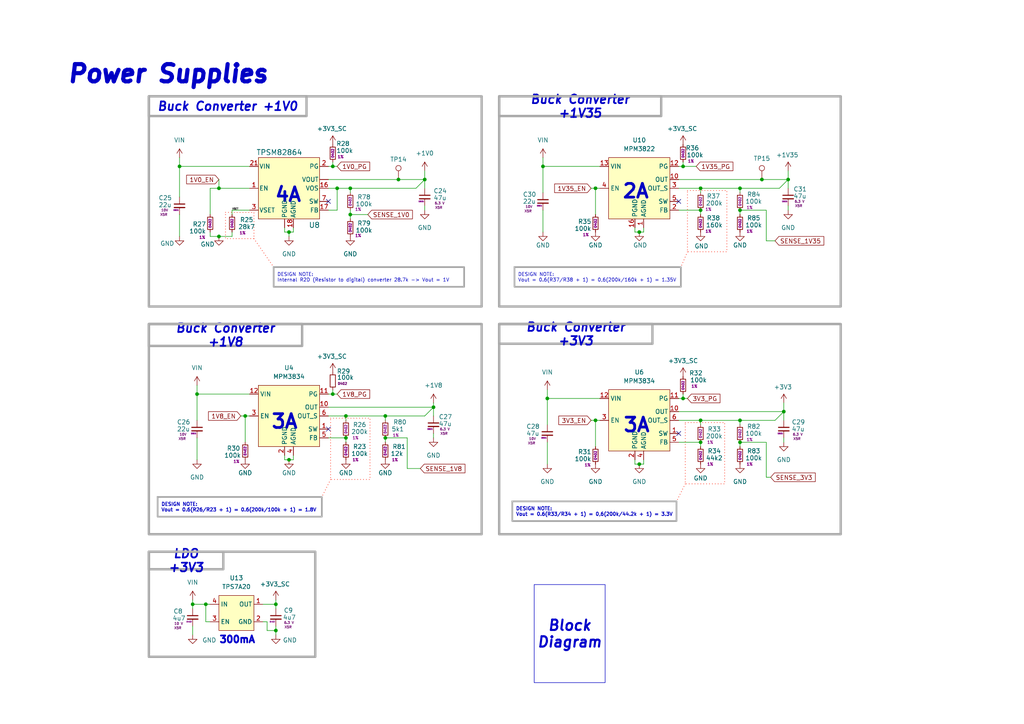
<source format=kicad_sch>
(kicad_sch (version 20231120) (generator "eeschema") (generator_version "8.0")
  (paper "A4")
  (title_block (title "Power Supplies") (date "2024-09-22") (rev "1.0"))
  (lib_symbols
    (symbol "C_Small_1" (pin_numbers hide) (pin_names (offset 0.254) hide)
      (property "Reference" "C50" (at 1.778 2.794 0))
      (property "Value" "470n" (at 1.778 0.762 0))
      (property "Rating" "6.3 V" (at 3.302 -0.762 0))
      (property "Type" "X5R" (at 3.048 -2.032 0))
      (symbol "C_Small_1_0_1"
        (polyline (pts (xy -1.524 -0.508) (xy 1.524 -0.508)) (stroke (width 0.3302)))
        (polyline (pts (xy -1.524 0.508) (xy 1.524 0.508)) (stroke (width 0.3048)))
      )
      (symbol "C_Small_1_1_1"
        (pin passive line (at 0 2.54 270) (length 2.032) (name "~") (number "1"))
        (pin passive line (at 0 -2.54 90) (length 2.032) (name "~") (number "2"))
      )
    )
    (symbol "Connector:TestPoint" (pin_numbers hide) (pin_names (offset 0.762) hide)
      (property "Reference" "TP" (at 0 6.858 0))
      (property "Value" "TestPoint" (at 0 5.08 0))
      (symbol "TestPoint_0_1"
        (circle (center 0 3.302) (radius 0.762))
      )
      (symbol "TestPoint_1_1"
        (pin passive line (at 0 0 90) (length 2.54) (name "1") (number "1"))
      )
    )
    (symbol "Device:R_Small" (pin_numbers hide) (pin_names (offset 0.254) hide)
      (property "Reference" "R" (at 0.762 0.508 0))
      (property "Value" "R_Small" (at 0.762 -1.016 0))
      (symbol "R_Small_0_1"
        (rectangle (start -0.762 1.778) (end 0.762 -1.778) (stroke (width 0.2032)))
      )
      (symbol "R_Small_1_1"
        (pin passive line (at 0 2.54 270) (length 0.762) (name "~") (number "1"))
        (pin passive line (at 0 -2.54 90) (length 0.762) (name "~") (number "2"))
      )
    )
    (symbol "MPM3834_1"
      (property "Reference" "U" (at 7.366 -10.16 0))
      (property "Value" "MPM3834" (at -4.572 10.16 0))
      (symbol "MPM3834_1_1_1"
        (rectangle (start -8.89 8.89) (end 8.89 -8.89) (fill (type background)))
        (pin input line (at 11.43 -3.81 180) (length 2.54) (name "SW") (number "1"))
        (pin input line (at 11.43 2.54 180) (length 2.54) (name "OUT") (number "10"))
        (pin input line (at 11.43 6.35 180) (length 2.54) (name "PG") (number "11"))
        (pin input line (at -11.43 6.35 0) (length 2.54) (name "VIN") (number "12"))
        (pin input line (at -11.43 6.35 0) (length 2.54) hide (name "VIN") (number "13"))
        (pin input line (at -11.43 6.35 0) (length 2.54) hide (name "VIN") (number "14"))
        (pin power_in line (at -1.27 -11.43 90) (length 2.54) (name "PGND") (number "2"))
        (pin input line (at -11.43 0 0) (length 2.54) (name "EN") (number "3"))
        (pin input line (at 1.27 -11.43 90) (length 2.54) (name "AGND") (number "4"))
        (pin input line (at 11.43 -6.35 180) (length 2.54) (name "FB") (number "5"))
        (pin input line (at 11.43 0 180) (length 2.54) (name "OUT_S") (number "6"))
        (pin power_in line (at -1.27 -11.43 90) (length 2.54) hide (name "PGND") (number "7"))
        (pin power_in line (at -1.27 -11.43 90) (length 2.54) hide (name "PGND") (number "8"))
        (pin input line (at 11.43 2.54 180) (length 2.54) hide (name "OUT") (number "9"))
      )
    )
    (symbol "MyLibrary:MPM3822"
      (property "Reference" "U" (at 7.366 -10.16 0))
      (property "Value" "MPM3822" (at -4.572 10.16 0))
      (symbol "MPM3822_1_1"
        (rectangle (start -8.89 8.89) (end 8.89 -8.89) (fill (type background)))
        (pin input line (at 1.27 -11.43 90) (length 2.54) (name "AGND") (number "1"))
        (pin input line (at 11.43 2.54 180) (length 2.54) (name "OUT") (number "10"))
        (pin no_connect line (at 3.81 -11.43 90) (length 2.54) hide (name "NC") (number "11"))
        (pin input line (at 11.43 6.35 180) (length 2.54) (name "PG") (number "12"))
        (pin input line (at -11.43 6.35 0) (length 2.54) (name "VIN") (number "13"))
        (pin input line (at -11.43 6.35 0) (length 2.54) hide (name "VIN") (number "14"))
        (pin input line (at 11.43 -3.81 180) (length 2.54) hide (name "SW") (number "15"))
        (pin input line (at -1.27 -11.43 90) (length 2.54) (name "PGND") (number "16"))
        (pin no_connect line (at -3.81 -11.43 90) (length 2.54) hide (name "DNC") (number "17"))
        (pin no_connect line (at -3.81 -11.43 90) (length 2.54) hide (name "DNC") (number "18"))
        (pin input line (at 11.43 -6.35 180) (length 2.54) (name "FB") (number "2"))
        (pin input line (at 11.43 0 180) (length 2.54) (name "OUT_S") (number "3"))
        (pin input line (at -11.43 0 0) (length 2.54) (name "EN") (number "4"))
        (pin input line (at 11.43 -3.81 180) (length 2.54) (name "SW") (number "5"))
      )
    )
    (symbol "MyLibrary:MPM3834"
      (property "Reference" "U" (at 7.366 -10.16 0))
      (property "Value" "MPM3834" (at -4.572 10.16 0))
      (symbol "MPM3834_1_1"
        (rectangle (start -8.89 8.89) (end 8.89 -8.89) (fill (type background)))
        (pin input line (at 11.43 -3.81 180) (length 2.54) (name "SW") (number "1"))
        (pin input line (at 11.43 2.54 180) (length 2.54) (name "OUT") (number "10"))
        (pin input line (at 11.43 6.35 180) (length 2.54) (name "PG") (number "11"))
        (pin input line (at -11.43 6.35 0) (length 2.54) (name "VIN") (number "12"))
        (pin input line (at -11.43 6.35 0) (length 2.54) hide (name "VIN") (number "13"))
        (pin input line (at -11.43 6.35 0) (length 2.54) hide (name "VIN") (number "14"))
        (pin power_in line (at -1.27 -11.43 90) (length 2.54) (name "PGND") (number "2"))
        (pin input line (at -11.43 0 0) (length 2.54) (name "EN") (number "3"))
        (pin input line (at 1.27 -11.43 90) (length 2.54) (name "AGND") (number "4"))
        (pin input line (at 11.43 -6.35 180) (length 2.54) (name "FB") (number "5"))
        (pin input line (at 11.43 0 180) (length 2.54) (name "OUT_S") (number "6"))
        (pin power_in line (at -1.27 -11.43 90) (length 2.54) hide (name "PGND") (number "7"))
        (pin power_in line (at -1.27 -11.43 90) (length 2.54) hide (name "PGND") (number "8"))
        (pin input line (at 11.43 2.54 180) (length 2.54) hide (name "OUT") (number "9"))
      )
    )
    (symbol "MyLibrary:TPS7A20"
      (property "Reference" "U" (at -3.556 -6.35 0))
      (property "Value" "TPS7A20" (at 2.286 -6.35 0))
      (symbol "TPS7A20_1_1"
        (rectangle (start -5.08 5.08) (end 5.08 -5.08) (fill (type background)))
        (pin input line (at 7.62 2.54 180) (length 2.54) (name "OUT") (number "1"))
        (pin input line (at 7.62 -2.54 180) (length 2.54) (name "GND") (number "2"))
        (pin input line (at -7.62 -2.54 0) (length 2.54) (name "EN") (number "3"))
        (pin input line (at -7.62 2.54 0) (length 2.54) (name "IN") (number "4"))
        (pin input line (at 7.62 -2.54 180) (length 2.54) hide (name "PAD") (number "5"))
      )
    )
    (symbol "MyLibrary:TPSM82864" (pin_names (offset 0.254))
      (property "Reference" "U" (at 5.334 -13.716 0))
      (property "Value" "TPSM82864" (at 9.652 -10.922 0))
      (symbol "TPSM82864_1_1"
        (rectangle (start -8.89 8.89) (end 8.89 -8.89) (fill (type background)))
        (pin power_in line (at -1.27 -11.43 90) (length 2.54) (name "PGND") (number ""))
        (pin power_out line (at 11.43 2.54 180) (length 2.54) (name "VOUT") (number ""))
        (pin input line (at -11.43 0 0) (length 2.54) (name "EN") (number "1"))
        (pin power_in line (at -1.27 -11.43 90) (length 2.54) hide (name "PGND") (number "10"))
        (pin power_in line (at -1.27 -11.43 90) (length 2.54) hide (name "PGND") (number "11"))
        (pin power_out line (at 11.43 2.54 180) (length 2.54) hide (name "VOUT") (number "12"))
        (pin power_out line (at 11.43 2.54 180) (length 2.54) hide (name "VOUT") (number "13"))
        (pin power_out line (at 11.43 2.54 180) (length 2.54) hide (name "VOUT") (number "14"))
        (pin power_out line (at 11.43 2.54 180) (length 2.54) hide (name "VOUT") (number "15"))
        (pin unspecified line (at 11.43 0 180) (length 2.54) (name "VOS") (number "16"))
        (pin unspecified line (at 11.43 -6.35 180) (length 2.54) (name "FB") (number "17"))
        (pin power_in line (at 1.27 -11.43 90) (length 2.54) (name "AGND") (number "18"))
        (pin power_in line (at -1.27 -11.43 90) (length 2.54) hide (name "PGND") (number "19"))
        (pin open_collector line (at 11.43 6.35 180) (length 2.54) (name "PG") (number "2"))
        (pin power_in line (at -1.27 -11.43 90) (length 2.54) hide (name "PGND") (number "20"))
        (pin power_in line (at -11.43 6.35 0) (length 2.54) (name "VIN") (number "21"))
        (pin power_in line (at -11.43 6.35 0) (length 2.54) hide (name "VIN") (number "22"))
        (pin power_in line (at -1.27 -11.43 90) (length 2.54) hide (name "PGND") (number "23"))
        (pin input line (at -11.43 -6.35 0) (length 2.54) (name "VSET") (number "3"))
        (pin power_in line (at -1.27 -11.43 90) (length 2.54) hide (name "PGND") (number "4"))
        (pin power_in line (at -1.27 -11.43 90) (length 2.54) hide (name "PGND") (number "5"))
        (pin power_in line (at -1.27 -11.43 90) (length 2.54) hide (name "PGND") (number "6"))
        (pin unspecified line (at 11.43 -3.81 180) (length 2.54) (name "SW") (number "7"))
        (pin power_in line (at -1.27 -11.43 90) (length 2.54) hide (name "PGND") (number "8"))
        (pin power_in line (at -1.27 -11.43 90) (length 2.54) hide (name "PGND") (number "9"))
      )
    )
    (symbol "power:+1V0" (power) (pin_names (offset 0))
      (property "Value" "+1V0" (at 0 3.556 0))
      (symbol "+1V0_0_1"
        (polyline (pts (xy -0.762 1.27) (xy 0 2.54)))
        (polyline (pts (xy 0 0) (xy 0 2.54)))
        (polyline (pts (xy 0 2.54) (xy 0.762 1.27)))
      )
      (symbol "+1V0_1_1"
        (pin power_in line (at 0 0 90) (length 0) hide (name "+1V0") (number "1"))
      )
    )
    (symbol "power:+3V3" (power) (pin_names (offset 0))
      (property "Value" "+3V3" (at 0 3.556 0))
      (symbol "+3V3_0_1"
        (polyline (pts (xy -0.762 1.27) (xy 0 2.54)))
        (polyline (pts (xy 0 0) (xy 0 2.54)))
        (polyline (pts (xy 0 2.54) (xy 0.762 1.27)))
      )
      (symbol "+3V3_1_1"
        (pin power_in line (at 0 0 90) (length 0) hide (name "+3V3") (number "1"))
      )
    )
    (symbol "power:GND" (power) (pin_names (offset 0))
      (property "Value" "GND" (at 0 -3.81 0))
      (symbol "GND_0_1"
        (polyline (pts (xy 0 0) (xy 0 -1.27) (xy 1.27 -1.27) (xy 0 -2.54) (xy -1.27 -1.27) (xy 0 -1.27)))
      )
      (symbol "GND_1_1"
        (pin power_in line (at 0 0 270) (length 0) hide (name "GND") (number "1"))
      )
    )
    (symbol "power:VDD" (power) (pin_names (offset 0))
      (property "Value" "VDD" (at 0 3.81 0))
      (symbol "VDD_0_1"
        (polyline (pts (xy -0.762 1.27) (xy 0 2.54)))
        (polyline (pts (xy 0 0) (xy 0 2.54)))
        (polyline (pts (xy 0 2.54) (xy 0.762 1.27)))
      )
      (symbol "VDD_1_1"
        (pin power_in line (at 0 0 90) (length 0) hide (name "VDD") (number "1"))
      )
    )
  )
  (junction (at 111.76 120.65))
  (junction (at 228.6 52.07))
  (junction (at 172.72 54.61))
  (junction (at 100.33 120.65))
  (junction (at 63.5 54.61))
  (junction (at 125.73 118.11))
  (junction (at 80.01 175.26))
  (junction (at 203.2 128.27))
  (junction (at 123.19 52.07))
  (junction (at 185.42 67.31))
  (junction (at 71.12 120.65))
  (junction (at 203.2 60.96))
  (junction (at 214.63 121.92))
  (junction (at 158.75 115.57))
  (junction (at 101.6 54.61))
  (junction (at 96.52 48.26))
  (junction (at 220.98 52.07))
  (junction (at 214.63 128.27))
  (junction (at 52.07 48.26))
  (junction (at 111.76 127))
  (junction (at 80.01 182.88))
  (junction (at 203.2 54.61))
  (junction (at 83.82 133.35))
  (junction (at 101.6 62.23))
  (junction (at 59.69 175.26))
  (junction (at 214.63 60.96))
  (junction (at 83.82 67.31))
  (junction (at 198.12 115.57))
  (junction (at 214.63 54.61))
  (junction (at 97.79 54.61))
  (junction (at 63.5 68.58))
  (junction (at 96.52 114.3))
  (junction (at 57.15 114.3))
  (junction (at 185.42 134.62))
  (junction (at 55.88 175.26))
  (junction (at 157.48 48.26))
  (junction (at 227.33 119.38))
  (junction (at 172.72 121.92))
  (junction (at 115.57 52.07))
  (junction (at 198.12 48.26))
  (junction (at 203.2 121.92))
  (junction (at 100.33 127))
  (no_connect (at 95.25 124.46))
  (no_connect (at 196.85 58.42))
  (no_connect (at 95.25 58.42))
  (no_connect (at 196.85 125.73))
  (wire (pts (xy 97.79 54.61) (xy 97.79 60.96)) (stroke (width 0.1524)))
  (wire (pts (xy 186.69 133.35) (xy 186.69 134.62)))
  (wire (pts (xy 214.63 60.96) (xy 214.63 62.23)))
  (wire (pts (xy 57.15 114.3) (xy 72.39 114.3)))
  (wire (pts (xy 228.6 52.07) (xy 228.6 54.61)))
  (wire (pts (xy 67.31 60.96) (xy 72.39 60.96)))
  (wire (pts (xy 77.47 182.88) (xy 77.47 180.34)))
  (wire (pts (xy 220.98 52.07) (xy 228.6 52.07)))
  (wire (pts (xy 222.25 138.43) (xy 223.52 138.43)))
  (wire (pts (xy 171.45 54.61) (xy 172.72 54.61)))
  (wire (pts (xy 196.85 119.38) (xy 227.33 119.38)))
  (wire (pts (xy 172.72 121.92) (xy 172.72 129.54)))
  (wire (pts (xy 55.88 181.61) (xy 55.88 184.15)))
  (wire (pts (xy 101.6 63.5) (xy 101.6 62.23)))
  (wire (pts (xy 80.01 173.99) (xy 80.01 175.26)))
  (wire (pts (xy 85.09 67.31) (xy 85.09 66.04)))
  (wire (pts (xy 80.01 175.26) (xy 80.01 176.53)))
  (wire (pts (xy 203.2 123.19) (xy 203.2 121.92)) (stroke (width 0.1524)))
  (wire (pts (xy 227.33 116.84) (xy 227.33 119.38)))
  (wire (pts (xy 100.33 120.65) (xy 111.76 120.65)) (stroke (width 0.1524)))
  (wire (pts (xy 101.6 54.61) (xy 120.65 54.61)) (stroke (width 0.1524)))
  (wire (pts (xy 198.12 115.57) (xy 196.85 115.57)))
  (wire (pts (xy 60.96 68.58) (xy 63.5 68.58)))
  (wire (pts (xy 111.76 120.65) (xy 111.76 121.92)) (stroke (width 0.1524)))
  (wire (pts (xy 196.85 52.07) (xy 220.98 52.07)))
  (wire (pts (xy 198.12 114.3) (xy 198.12 115.57)))
  (wire (pts (xy 214.63 129.54) (xy 214.63 128.27)))
  (wire (pts (xy 203.2 54.61) (xy 214.63 54.61)) (stroke (width 0.1524)))
  (wire (pts (xy 184.15 66.04) (xy 184.15 67.31)))
  (wire (pts (xy 185.42 134.62) (xy 186.69 134.62)))
  (wire (pts (xy 214.63 54.61) (xy 214.63 55.88)) (stroke (width 0.1524)))
  (wire (pts (xy 227.33 128.27) (xy 227.33 127)))
  (wire (pts (xy 125.73 116.84) (xy 125.73 118.11)))
  (wire (pts (xy 57.15 133.35) (xy 57.15 127)))
  (wire (pts (xy 80.01 181.61) (xy 80.01 182.88)))
  (wire (pts (xy 95.25 120.65) (xy 100.33 120.65)) (stroke (width 0.1524)))
  (wire (pts (xy 63.5 54.61) (xy 72.39 54.61)))
  (wire (pts (xy 123.19 54.61) (xy 123.19 52.07)))
  (wire (pts (xy 96.52 48.26) (xy 95.25 48.26)))
  (wire (pts (xy 101.6 62.23) (xy 106.68 62.23)))
  (wire (pts (xy 57.15 114.3) (xy 57.15 121.92)))
  (wire (pts (xy 196.85 60.96) (xy 203.2 60.96)))
  (wire (pts (xy 100.33 121.92) (xy 100.33 120.65)) (stroke (width 0.1524)))
  (wire (pts (xy 82.55 133.35) (xy 83.82 133.35)))
  (wire (pts (xy 222.25 60.96) (xy 214.63 60.96)))
  (wire (pts (xy 125.73 118.11) (xy 125.73 120.65)))
  (wire (pts (xy 85.09 132.08) (xy 85.09 133.35)))
  (wire (pts (xy 184.15 134.62) (xy 185.42 134.62)))
  (wire (pts (xy 52.07 48.26) (xy 72.39 48.26)))
  (wire (pts (xy 77.47 180.34) (xy 76.2 180.34)))
  (wire (pts (xy 201.93 48.26) (xy 198.12 48.26)))
  (wire (pts (xy 95.25 54.61) (xy 97.79 54.61)) (stroke (width 0.1524)))
  (polyline (pts (xy 73.66 69.215) (xy 79.375 77.47)) (stroke (width 0.2) (type dot) (color 255 28 5 1)))
  (wire (pts (xy 185.42 67.31) (xy 186.69 67.31)))
  (wire (pts (xy 222.25 69.85) (xy 222.25 60.96)))
  (wire (pts (xy 55.88 173.99) (xy 55.88 175.26)))
  (wire (pts (xy 76.2 175.26) (xy 80.01 175.26)))
  (wire (pts (xy 157.48 45.72) (xy 157.48 48.26)))
  (wire (pts (xy 77.47 182.88) (xy 80.01 182.88)))
  (wire (pts (xy 72.39 120.65) (xy 71.12 120.65)))
  (wire (pts (xy 63.5 68.58) (xy 67.31 68.58)))
  (wire (pts (xy 157.48 48.26) (xy 157.48 55.88)))
  (wire (pts (xy 214.63 121.92) (xy 224.79 121.92)) (stroke (width 0.1524)))
  (wire (pts (xy 196.85 121.92) (xy 203.2 121.92)) (stroke (width 0.1524)))
  (wire (pts (xy 224.79 121.92) (xy 227.33 119.38)) (stroke (width 0.1524)))
  (wire (pts (xy 95.25 60.96) (xy 97.79 60.96)) (stroke (width 0.1524)))
  (wire (pts (xy 57.15 111.76) (xy 57.15 114.3)))
  (wire (pts (xy 115.57 52.07) (xy 123.19 52.07)))
  (wire (pts (xy 95.25 52.07) (xy 115.57 52.07)))
  (polyline (pts (xy 199.39 73.025) (xy 197.485 77.47)) (stroke (width 0.2) (type dot) (color 255 28 5 1)))
  (wire (pts (xy 101.6 62.23) (xy 101.6 60.96)))
  (wire (pts (xy 227.33 119.38) (xy 227.33 121.92)))
  (wire (pts (xy 203.2 62.23) (xy 203.2 60.96)))
  (wire (pts (xy 228.6 60.96) (xy 228.6 59.69)))
  (wire (pts (xy 172.72 54.61) (xy 173.99 54.61)))
  (wire (pts (xy 198.12 48.26) (xy 196.85 48.26)))
  (wire (pts (xy 123.19 49.53) (xy 123.19 52.07)))
  (wire (pts (xy 60.96 68.58) (xy 60.96 67.31)))
  (wire (pts (xy 118.11 127) (xy 111.76 127)))
  (wire (pts (xy 59.69 175.26) (xy 59.69 180.34)))
  (wire (pts (xy 184.15 133.35) (xy 184.15 134.62)))
  (wire (pts (xy 60.96 180.34) (xy 59.69 180.34)))
  (wire (pts (xy 101.6 54.61) (xy 101.6 55.88)) (stroke (width 0.1524)))
  (wire (pts (xy 123.19 120.65) (xy 125.73 118.11)) (stroke (width 0.1524)))
  (wire (pts (xy 186.69 66.04) (xy 186.69 67.31)))
  (wire (pts (xy 55.88 175.26) (xy 55.88 176.53)))
  (wire (pts (xy 80.01 182.88) (xy 80.01 184.15)))
  (wire (pts (xy 199.39 115.57) (xy 198.12 115.57)))
  (wire (pts (xy 158.75 115.57) (xy 158.75 123.19)))
  (wire (pts (xy 198.12 46.99) (xy 198.12 48.26)))
  (wire (pts (xy 67.31 60.96) (xy 67.31 62.23)))
  (wire (pts (xy 59.69 175.26) (xy 60.96 175.26)))
  (wire (pts (xy 100.33 128.27) (xy 100.33 127)))
  (wire (pts (xy 118.11 135.89) (xy 118.11 127)))
  (wire (pts (xy 158.75 113.03) (xy 158.75 115.57)))
  (wire (pts (xy 60.96 54.61) (xy 60.96 62.23)))
  (wire (pts (xy 222.25 138.43) (xy 222.25 128.27)))
  (wire (pts (xy 97.79 48.26) (xy 96.52 48.26)))
  (wire (pts (xy 69.85 120.65) (xy 71.12 120.65)))
  (wire (pts (xy 120.65 54.61) (xy 123.19 52.07)) (stroke (width 0.1524)))
  (wire (pts (xy 96.52 46.99) (xy 96.52 48.26)))
  (wire (pts (xy 222.25 128.27) (xy 214.63 128.27)))
  (wire (pts (xy 96.52 113.03) (xy 96.52 114.3)))
  (wire (pts (xy 157.48 48.26) (xy 173.99 48.26)))
  (wire (pts (xy 214.63 54.61) (xy 226.06 54.61)) (stroke (width 0.1524)))
  (wire (pts (xy 52.07 68.58) (xy 52.07 62.23)))
  (wire (pts (xy 111.76 120.65) (xy 123.19 120.65)) (stroke (width 0.1524)))
  (wire (pts (xy 157.48 67.31) (xy 157.48 60.96)))
  (wire (pts (xy 63.5 52.07) (xy 63.5 54.61)))
  (wire (pts (xy 97.79 54.61) (xy 101.6 54.61)) (stroke (width 0.1524)))
  (wire (pts (xy 83.82 68.58) (xy 83.82 67.31)))
  (wire (pts (xy 85.09 67.31) (xy 83.82 67.31)))
  (wire (pts (xy 60.96 54.61) (xy 63.5 54.61)))
  (wire (pts (xy 82.55 67.31) (xy 82.55 66.04)))
  (wire (pts (xy 158.75 115.57) (xy 173.99 115.57)))
  (wire (pts (xy 196.85 54.61) (xy 203.2 54.61)) (stroke (width 0.1524)))
  (wire (pts (xy 52.07 45.72) (xy 52.07 48.26)))
  (polyline (pts (xy 198.755 140.335) (xy 196.215 145.415)) (stroke (width 0.2) (type dot) (color 255 28 5 1)))
  (wire (pts (xy 82.55 67.31) (xy 83.82 67.31)))
  (wire (pts (xy 222.25 69.85) (xy 224.79 69.85)))
  (wire (pts (xy 226.06 54.61) (xy 228.6 52.07)) (stroke (width 0.1524)))
  (wire (pts (xy 184.15 67.31) (xy 185.42 67.31)))
  (wire (pts (xy 111.76 127) (xy 111.76 128.27)))
  (wire (pts (xy 97.79 114.3) (xy 96.52 114.3)))
  (wire (pts (xy 196.85 128.27) (xy 203.2 128.27)))
  (wire (pts (xy 95.25 118.11) (xy 125.73 118.11)))
  (wire (pts (xy 123.19 60.96) (xy 123.19 59.69)))
  (wire (pts (xy 172.72 54.61) (xy 172.72 62.23)))
  (wire (pts (xy 158.75 134.62) (xy 158.75 128.27)))
  (wire (pts (xy 203.2 121.92) (xy 214.63 121.92)) (stroke (width 0.1524)))
  (wire (pts (xy 67.31 67.31) (xy 67.31 68.58)))
  (wire (pts (xy 228.6 49.53) (xy 228.6 52.07)))
  (wire (pts (xy 214.63 121.92) (xy 214.63 123.19)) (stroke (width 0.1524)))
  (wire (pts (xy 55.88 175.26) (xy 59.69 175.26)))
  (wire (pts (xy 203.2 55.88) (xy 203.2 54.61)) (stroke (width 0.1524)))
  (wire (pts (xy 82.55 132.08) (xy 82.55 133.35)))
  (polyline (pts (xy 95.885 139.065) (xy 93.345 144.145)) (stroke (width 0.2) (type dot) (color 255 28 5 1)))
  (wire (pts (xy 171.45 121.92) (xy 172.72 121.92)))
  (wire (pts (xy 125.73 127) (xy 125.73 125.73)))
  (wire (pts (xy 203.2 129.54) (xy 203.2 128.27)))
  (wire (pts (xy 96.52 114.3) (xy 95.25 114.3)))
  (wire (pts (xy 52.07 57.15) (xy 52.07 48.26)))
  (wire (pts (xy 95.25 127) (xy 100.33 127)))
  (wire (pts (xy 71.12 120.65) (xy 71.12 128.27)))
  (wire (pts (xy 172.72 121.92) (xy 173.99 121.92)))
  (wire (pts (xy 85.09 133.35) (xy 83.82 133.35)))
  (wire (pts (xy 118.11 135.89) (xy 121.92 135.89)))
  (rectangle (start 198.755 122.555) (end 210.185 140.335) (stroke (width 0.2) (type dot) (color 255 28 5 1)))
  (rectangle (start 43.18 93.98) (end 139.7 154.94) (stroke (width 0.7) (color 168 168 168 1)))
  (rectangle (start 199.39 55.245) (end 210.82 73.025) (stroke (width 0.2) (type dot) (color 255 28 5 1)))
  (rectangle (start 65.405 61.595) (end 73.66 69.215) (stroke (width 0.2) (type dot) (color 255 28 5 1)))
  (rectangle (start 43.18 160.02) (end 91.44 190.5) (stroke (width 0.7) (color 168 168 168 1)))
  (rectangle (start 43.18 27.94) (end 139.7 88.9) (stroke (width 0.7) (color 168 168 168 1)))
  (rectangle (start 144.78 27.94) (end 243.84 88.9) (stroke (width 0.7) (color 168 168 168 1)))
  (rectangle (start 95.885 121.285) (end 107.315 139.065) (stroke (width 0.2) (type dot) (color 255 28 5 1)))
  (rectangle (start 144.78 93.98) (end 243.84 154.94) (stroke (width 0.7) (color 168 168 168 1)))
  (text_box "Buck Converter +3V3" (at 144.78 93.98 0) (size 44.45 5.715) (stroke (width 0.7) (color 168 168 168 1)) (effects (font (size 2.5 2.5) (bold yes) (italic yes))))
  (text_box "DESIGN NOTE:\nInternal R2D (Resistor to digital) converter 28.7k -> Vout = 1V" (at 79.375 77.47 0) (size 55.245 5.715) (stroke (width 0.5) (color 168 168 168 1)) (effects (font (size 1 1) (thickness 0.125)) (justify left)))
  (text_box "Block\nDiagram" (at 154.94 169.545 0) (size 20.574 28.448) (effects (font (size 3 3) (thickness 0.6) (bold yes) (italic yes))))
  (text_box "DESIGN NOTE:\nVout = 0.6(R33/R34 + 1) = 0,6(200k/44.2k + 1) = 3.3V" (at 148.59 145.415 0) (size 47.625 5.715) (stroke (width 0.5) (color 168 168 168 1)) (effects (font (size 1 1) (bold yes)) (justify left)))
  (text_box "LDO +3V3" (at 43.18 160.02 0) (size 21.59 5.08) (stroke (width 0.7) (color 168 168 168 1)) (effects (font (size 2.5 2.5) (bold yes) (italic yes))))
  (text_box "Buck Converter +1V35" (at 144.78 27.94 0) (size 46.99 5.715) (stroke (width 0.7) (color 168 168 168 1)) (effects (font (size 2.5 2.5) (bold yes) (italic yes))))
  (text_box "DESIGN NOTE:\nVout = 0.6(R37/R38 + 1) = 0,6(200k/160k + 1) = 1.35V" (at 149.225 77.47 0) (size 48.26 5.715) (stroke (width 0.5) (color 168 168 168 1)) (effects (font (size 1 1) (thickness 0.125)) (justify left)))
  (text_box "DESIGN NOTE:\nVout = 0.6(R26/R23 + 1) = 0.6(200k/100k + 1) = 1.8V" (at 45.72 144.145 0) (size 47.625 5.715) (stroke (width 0.5) (color 168 168 168 1)) (effects (font (size 1 1) (bold yes)) (justify left)))
  (text_box "Buck Converter +1V8" (at 43.18 93.98 0) (size 44.45 6.35) (stroke (width 0.7) (color 168 168 168 1)) (effects (font (size 2.5 2.5) (bold yes) (italic yes))))
  (text_box "Buck Converter +1V0" (at 43.18 27.94 0) (size 45.72 5.715) (stroke (width 0.7) (color 168 168 168 1)) (effects (font (size 2.5 2.5) (bold yes) (italic yes))))
  (text "2A" (at 184.404 55.626 0) (effects (font (size 4 4) (thickness 0.8) (bold yes))))
  (text "4A" (at 83.566 56.642 0) (effects (font (size 4 4) (thickness 0.8) (bold yes))))
  (text "Power Supplies" (at 48.768 21.59 0) (effects (font (size 5 5) (thickness 1.2) (bold yes) (italic yes))))
  (text "3A" (at 184.658 123.444 0) (effects (font (size 4 4) (thickness 0.8) (bold yes))))
  (text "3A" (at 82.55 122.428 0) (effects (font (size 4 4) (thickness 0.8) (bold yes))))
  (text "300mA" (at 68.834 185.674 0) (effects (font (size 2 2) (thickness 0.8) (bold yes))))
  (label "VSET" (at 67.31 60.96 0) (effects (font (size 0.5 0.5))))
  (global_label "3V3_EN" (shape input) (at 171.45 121.92 180) (property "Intersheetrefs" "${INTERSHEET_REFS}" (effects (hide yes))))
  (global_label "1V35_EN" (shape input) (at 171.45 54.61 180) (property "Intersheetrefs" "${INTERSHEET_REFS}" (effects (hide yes))))
  (global_label "3V3_PG" (shape input) (at 199.39 115.57 0) (property "Intersheetrefs" "${INTERSHEET_REFS}" (effects (hide yes))))
  (global_label "1V8_EN" (shape input) (at 69.85 120.65 180) (property "Intersheetrefs" "${INTERSHEET_REFS}" (effects (hide yes))))
  (global_label "1V35_PG" (shape input) (at 201.93 48.26 0) (property "Intersheetrefs" "${INTERSHEET_REFS}" (effects (hide yes))))
  (global_label "SENSE_3V3" (shape input) (at 223.52 138.43 0) (property "Intersheetrefs" "${INTERSHEET_REFS}" (effects (hide yes))))
  (global_label "1V0_EN" (shape input) (at 63.5 52.07 180) (property "Intersheetrefs" "${INTERSHEET_REFS}" (effects (hide yes))))
  (global_label "SENSE_1V35" (shape input) (at 224.79 69.85 0) (property "Intersheetrefs" "${INTERSHEET_REFS}" (effects (hide yes))))
  (global_label "SENSE_1V0" (shape input) (at 106.68 62.23 0) (property "Intersheetrefs" "${INTERSHEET_REFS}" (effects (hide yes))))
  (global_label "1V8_PG" (shape input) (at 97.79 114.3 0) (property "Intersheetrefs" "${INTERSHEET_REFS}" (effects (hide yes))))
  (global_label "SENSE_1V8" (shape input) (at 121.92 135.89 0) (property "Intersheetrefs" "${INTERSHEET_REFS}" (effects (hide yes))))
  (global_label "1V0_PG" (shape input) (at 97.79 48.26 0) (property "Intersheetrefs" "${INTERSHEET_REFS}" (effects (hide yes))))
  (symbol (lib_id "Device:R_Small") (at 203.2 58.42 0) (unit 1)
    (property "Reference" "R37" (at 204.978 56.896 0) (effects (justify left)))
    (property "Value" "200k" (at 204.724 58.928 0) (effects (justify left)))
    (property "Footprint" "Resistor_SMD:R_0402_1005Metric" (effects (hide yes)))
    (property "Description" "Resistor, small symbol" (effects (hide yes)))
    (property "Tolerance" "1%" (at 205.486 60.706 0) (effects (font (size 0.8 0.8))))
    (property "Package" "0402" (at 203.2 58.42 90) (effects (font (size 0.7 0.7))))
    (property "LCSC Part" "C137903" (effects (hide yes)))
  )
  (symbol (lib_id "MyLibrary:TPS7A20") (at 68.58 177.8 0) (unit 1)
    (property "Reference" "U13" (at 68.58 167.64 0))
    (property "Value" "TPS7A20" (at 68.58 170.18 0))
    (property "Footprint" "Mylibrary:TLV707" (effects (hide yes)))
    (property "LCSC Part" "gia" (effects (hide yes)))
  )
  (symbol (lib_id "power:VDD") (at 57.15 111.76 0) (unit 1)
    (property "Reference" "#PWR052" (effects (hide yes)))
    (property "Value" "VIN" (at 57.15 106.68 0))
    (property "Description" "Power symbol creates a global label with name \"Vin\"" (effects (hide yes)))
  )
  (symbol (lib_id "MyLibrary:MPM3834") (at 185.42 121.92 0) (unit 1)
    (property "Reference" "U6" (at 185.42 107.95 0))
    (property "Value" "MPM3834" (at 185.42 110.49 0))
    (property "Footprint" "Mylibrary:MPM3834" (effects (hide yes)))
    (property "Digikey" "MPM3834CGPA-Z" (effects (hide yes)))
  )
  (symbol (lib_id "Device:R_Small") (at 111.76 130.81 0) (unit 1)
    (property "Reference" "R81" (at 113.792 129.54 0) (effects (justify left)))
    (property "Value" "12k" (at 113.284 131.572 0) (effects (justify left)))
    (property "Footprint" "Resistor_SMD:R_0402_1005Metric" (effects (hide yes)))
    (property "Description" "Resistor, small symbol" (effects (hide yes)))
    (property "Tolerance" "1%" (at 114.554 133.35 0) (effects (font (size 0.8 0.8))))
    (property "Package" "0402" (at 111.76 130.81 90) (effects (font (size 0.7 0.7))))
    (property "LCSC Part" "gia" (effects (hide yes)))
  )
  (symbol (lib_id "Device:R_Small") (at 96.52 110.49 0) (mirror y) (unit 1)
    (property "Reference" "R29" (at 101.6 107.696 0) (effects (justify left)))
    (property "Value" "100k" (at 102.616 109.474 0) (effects (justify left)))
    (property "Footprint" "Resistor_SMD:R_0402_1005Metric" (effects (hide yes)))
    (property "Description" "Resistor, small symbol" (effects (hide yes)))
    (property "Package" "0402" (at 99.314 111.252 0) (effects (font (size 0.7 0.7))))
    (property "LCSC Part" "C60491" (effects (hide yes)))
  )
  (symbol (lib_id "power:VDD") (at 158.75 113.03 0) (unit 1)
    (property "Reference" "#PWR054" (effects (hide yes)))
    (property "Value" "VIN" (at 158.75 107.95 0))
    (property "Description" "Power symbol creates a global label with name \"Vin\"" (effects (hide yes)))
  )
  (symbol (lib_id "power:GND") (at 71.12 133.35 0) (unit 1)
    (property "Reference" "#PWR049" (effects (hide yes)))
    (property "Value" "GND" (at 71.12 137.16 0))
    (property "Description" "Power symbol creates a global label with name \"GND\" , ground" (effects (hide yes)))
  )
  (symbol (lib_id "power:GND") (at 203.2 134.62 0) (unit 1)
    (property "Reference" "#PWR059" (effects (hide yes)))
    (property "Value" "GND" (at 203.2 138.684 0))
    (property "Description" "Power symbol creates a global label with name \"GND\" , ground" (effects (hide yes)))
  )
  (symbol (lib_id "power:+3V3") (at 227.33 116.84 0) (mirror y) (unit 1)
    (property "Reference" "#PWR060" (effects (hide yes)))
    (property "Value" "+3V3" (at 227.076 112.268 0))
    (property "Description" "Power symbol creates a global label with name \"+3V3\"" (effects (hide yes)))
  )
  (symbol (lib_name "C_Small_1") (lib_id "Device:C_Small") (at 55.88 179.07 0) (unit 1)
    (property "Reference" "C8" (at 50.292 177.292 0) (effects (justify left)))
    (property "Value" "4u7" (at 50.038 179.324 0) (effects (justify left)))
    (property "Footprint" "Capacitor_SMD:C_0402_1005Metric" (effects (hide yes)))
    (property "Description" "Unpolarized capacitor, small symbol" (effects (hide yes)))
    (property "Rating" "10 V" (at 51.816 180.848 0) (effects (font (size 0.7 0.7))))
    (property "Type" "X5R" (at 51.562 182.118 0) (effects (font (size 0.7 0.7))))
    (property "Package" "0402" (at 54.864 180.34 0) (effects (font (size 0.4 0.4))))
    (property "LCSC Part" " C368809" (effects (hide yes)))
  )
  (symbol (lib_id "power:GND") (at 63.5 68.58 0) (unit 1)
    (property "Reference" "#PWR040" (effects (hide yes)))
    (property "Value" "GND" (at 60.198 70.866 0))
    (property "Description" "Power symbol creates a global label with name \"GND\" , ground" (effects (hide yes)))
  )
  (symbol (lib_id "Device:R_Small") (at 100.33 124.46 0) (unit 1)
    (property "Reference" "R26" (at 102.362 123.19 0) (effects (justify left)))
    (property "Value" "200k" (at 101.854 125.222 0) (effects (justify left)))
    (property "Footprint" "Resistor_SMD:R_0402_1005Metric" (effects (hide yes)))
    (property "Description" "Resistor, small symbol" (effects (hide yes)))
    (property "Tolerance" "1%" (at 103.124 127 0) (effects (font (size 0.8 0.8))))
    (property "Package" "0402" (at 100.33 124.46 90) (effects (font (size 0.7 0.7))))
    (property "LCSC Part" "C137903" (effects (hide yes)))
  )
  (symbol (lib_id "Device:R_Small") (at 60.96 64.77 0) (unit 1)
    (property "Reference" "R27" (at 55.88 65.024 0) (effects (justify left)))
    (property "Value" "100k" (at 54.864 67.056 0) (effects (justify left)))
    (property "Footprint" "Resistor_SMD:R_0402_1005Metric" (effects (hide yes)))
    (property "Description" "Resistor, small symbol" (effects (hide yes)))
    (property "Tolerance" "1%" (at 58.674 68.834 0) (effects (font (size 0.8 0.8))))
    (property "Package" "0402" (at 60.96 64.77 90) (effects (font (size 0.7 0.7))))
    (property "LCSC Part" "C60491" (effects (hide yes)))
  )
  (symbol (lib_id "Connector:TestPoint") (at 115.57 52.07 0) (unit 1)
    (property "Reference" "TP14" (at 115.57 46.228 0))
    (property "Value" "TestPoint" (effects (hide yes)))
    (property "Footprint" "Mylibrary:TestPoint_Pad_D0.7mm" (effects (hide yes)))
    (property "Description" "test point" (effects (hide yes)))
    (property "LCSC Part" "-" (effects (hide yes)))
  )
  (symbol (lib_name "C_Small_1") (lib_id "Device:C_Small") (at 123.19 57.15 0) (unit 1)
    (property "Reference" "C24" (at 125.73 55.372 0) (effects (justify left)))
    (property "Value" "47u" (at 125.73 57.404 0) (effects (justify left)))
    (property "Footprint" "Capacitor_SMD:C_0805_2012Metric" (effects (hide yes)))
    (property "Description" "Unpolarized capacitor, small symbol" (effects (hide yes)))
    (property "Rating" "6.3 V" (at 127.508 58.928 0) (effects (font (size 0.7 0.7))))
    (property "Type" "X5R" (at 127.254 60.198 0) (effects (font (size 0.7 0.7))))
    (property "Package" "0805" (at 122.174 58.42 0) (effects (font (size 0.4 0.4))))
    (property "LCSC Part" "C16780" (effects (hide yes)))
  )
  (symbol (lib_id "power:+1V0") (at 125.73 116.84 0) (unit 1)
    (property "Reference" "#PWR047" (effects (hide yes)))
    (property "Value" "+1V8" (at 125.73 111.76 0))
    (property "Description" "Power symbol creates a global label with name \"+1V0\"" (effects (hide yes)))
  )
  (symbol (lib_name "C_Small_1") (lib_id "Device:C_Small") (at 57.15 124.46 0) (unit 1)
    (property "Reference" "C26" (at 51.308 122.428 0) (effects (justify left)))
    (property "Value" "22u" (at 51.308 124.46 0) (effects (justify left)))
    (property "Footprint" "Capacitor_SMD:C_0805_2012Metric" (effects (hide yes)))
    (property "Description" "Unpolarized capacitor, small symbol" (effects (hide yes)))
    (property "Rating" "10V" (at 53.086 125.984 0) (effects (font (size 0.7 0.7))))
    (property "Type" "X5R" (at 52.832 127.254 0) (effects (font (size 0.7 0.7))))
    (property "Package" "0805" (at 56.134 125.73 0) (effects (font (size 0.4 0.4))))
    (property "LCSC Part" "C98190" (effects (hide yes)))
  )
  (symbol (lib_id "power:GND") (at 83.82 68.58 0) (unit 1)
    (property "Reference" "#PWR039" (effects (hide yes)))
    (property "Value" "GND" (at 83.82 73.66 0))
    (property "Description" "Power symbol creates a global label with name \"GND\" , ground" (effects (hide yes)))
  )
  (symbol (lib_id "Device:R_Small") (at 198.12 44.45 0) (unit 1)
    (property "Reference" "R36" (at 198.882 42.926 0) (effects (justify left)))
    (property "Value" "100k" (at 199.136 44.958 0) (effects (justify left)))
    (property "Footprint" "Resistor_SMD:R_0402_1005Metric" (effects (hide yes)))
    (property "Description" "Resistor, small symbol" (effects (hide yes)))
    (property "Tolerance" "1%" (at 200.406 46.736 0) (effects (font (size 0.8 0.8))))
    (property "Package" "0402" (at 198.12 44.45 90) (effects (font (size 0.7 0.7))))
    (property "LCSC Part" "C60491" (effects (hide yes)))
  )
  (symbol (lib_id "Device:R_Small") (at 101.6 58.42 0) (unit 1)
    (property "Reference" "R78" (at 103.632 57.15 0) (effects (justify left)))
    (property "Value" "100k" (at 103.124 59.182 0) (effects (justify left)))
    (property "Footprint" "Resistor_SMD:R_0402_1005Metric" (effects (hide yes)))
    (property "Description" "Resistor, small symbol" (effects (hide yes)))
    (property "Tolerance" "1%" (at 103.886 60.706 0) (effects (font (size 0.8 0.8))))
    (property "Package" "0402" (at 101.6 58.42 90) (effects (font (size 0.7 0.7))))
    (property "LCSC Part" "C60491" (effects (hide yes)))
  )
  (symbol (lib_id "power:GND") (at 100.33 133.35 0) (unit 1)
    (property "Reference" "#PWR045" (effects (hide yes)))
    (property "Value" "GND" (at 100.33 137.16 0))
    (property "Description" "Power symbol creates a global label with name \"GND\" , ground" (effects (hide yes)))
  )
  (symbol (lib_id "Device:R_Small") (at 214.63 64.77 0) (unit 1)
    (property "Reference" "R85" (at 216.662 63.246 0) (effects (justify left)))
    (property "Value" "100k" (at 216.154 65.278 0) (effects (justify left)))
    (property "Footprint" "Resistor_SMD:R_0402_1005Metric" (effects (hide yes)))
    (property "Description" "Resistor, small symbol" (effects (hide yes)))
    (property "Tolerance" "1%" (at 217.424 67.056 0) (effects (font (size 0.8 0.8))))
    (property "Package" "0402" (at 214.63 64.77 90) (effects (font (size 0.7 0.7))))
    (property "LCSC Part" "C60491" (effects (hide yes)))
  )
  (symbol (lib_id "power:GND") (at 214.63 134.62 0) (unit 1)
    (property "Reference" "#PWR0163" (effects (hide yes)))
    (property "Value" "GND" (at 214.63 139.7 0))
    (property "Description" "Power symbol creates a global label with name \"GND\" , ground" (effects (hide yes)))
  )
  (symbol (lib_id "Device:R_Small") (at 172.72 132.08 0) (unit 1)
    (property "Reference" "R31" (at 167.64 131.064 0) (effects (justify left)))
    (property "Value" "100k" (at 166.624 133.096 0) (effects (justify left)))
    (property "Footprint" "Resistor_SMD:R_0402_1005Metric" (effects (hide yes)))
    (property "Description" "Resistor, small symbol" (effects (hide yes)))
    (property "Tolerance" "1%" (at 170.434 134.874 0) (effects (font (size 0.8 0.8))))
    (property "Package" "0402" (at 172.72 132.08 90) (effects (font (size 0.7 0.7))))
    (property "LCSC Part" "C60491" (effects (hide yes)))
  )
  (symbol (lib_name "C_Small_1") (lib_id "Device:C_Small") (at 80.01 179.07 0) (unit 1)
    (property "Reference" "C9" (at 82.296 177.038 0) (effects (justify left)))
    (property "Value" "4u7" (at 82.042 179.07 0) (effects (justify left)))
    (property "Footprint" "Capacitor_SMD:C_0402_1005Metric" (effects (hide yes)))
    (property "Description" "Unpolarized capacitor, small symbol" (effects (hide yes)))
    (property "Rating" "6.3 V" (at 83.82 180.594 0) (effects (font (size 0.7 0.7))))
    (property "Type" "X5R" (at 83.566 181.864 0) (effects (font (size 0.7 0.7))))
    (property "Package" "0402" (at 78.994 180.34 0) (effects (font (size 0.4 0.4))))
    (property "LCSC Part" " C368809" (effects (hide yes)))
  )
  (symbol (lib_id "power:+3V3") (at 198.12 109.22 0) (mirror y) (unit 1)
    (property "Reference" "#PWR051" (effects (hide yes)))
    (property "Value" "+3V3_SC" (at 198.12 104.648 0))
    (property "Description" "Power symbol creates a global label with name \"+3V3_SC\"" (effects (hide yes)))
  )
  (symbol (lib_id "Device:R_Small") (at 214.63 58.42 0) (unit 1)
    (property "Reference" "R84" (at 216.662 56.388 0) (effects (justify left)))
    (property "Value" "100k" (at 216.154 58.42 0) (effects (justify left)))
    (property "Footprint" "Resistor_SMD:R_0402_1005Metric" (effects (hide yes)))
    (property "Description" "Resistor, small symbol" (effects (hide yes)))
    (property "Tolerance" "1%" (at 217.424 60.198 0) (effects (font (size 0.8 0.8))))
    (property "Package" "0402" (at 214.63 58.42 90) (effects (font (size 0.7 0.7))))
    (property "LCSC Part" "C60491" (effects (hide yes)))
  )
  (symbol (lib_id "Device:R_Small") (at 203.2 132.08 0) (unit 1)
    (property "Reference" "R34" (at 205.232 130.81 0) (effects (justify left)))
    (property "Value" "44k2" (at 204.724 132.842 0) (effects (justify left)))
    (property "Footprint" "Resistor_SMD:R_0402_1005Metric" (effects (hide yes)))
    (property "Description" "Resistor, small symbol" (effects (hide yes)))
    (property "Tolerance" "1%" (at 205.994 134.62 0) (effects (font (size 0.8 0.8))))
    (property "Package" "0402" (at 203.2 132.08 90) (effects (font (size 0.7 0.7))))
    (property "LCSC Part" "C25895" (effects (hide yes)))
  )
  (symbol (lib_id "Device:R_Small") (at 111.76 124.46 0) (unit 1)
    (property "Reference" "R80" (at 114.046 122.428 0) (effects (justify left)))
    (property "Value" "5k1" (at 113.538 124.46 0) (effects (justify left)))
    (property "Footprint" "Resistor_SMD:R_0402_1005Metric" (effects (hide yes)))
    (property "Description" "Resistor, small symbol" (effects (hide yes)))
    (property "Tolerance" "1%" (at 114.808 126.238 0) (effects (font (size 0.8 0.8))))
    (property "Package" "0402" (at 111.76 124.46 90) (effects (font (size 0.7 0.7))))
    (property "LCSC Part" "gia" (effects (hide yes)))
  )
  (symbol (lib_id "power:+3V3") (at 228.6 49.53 0) (mirror y) (unit 1)
    (property "Reference" "#PWR068" (effects (hide yes)))
    (property "Value" "+1V35" (at 228.346 44.958 0))
    (property "Description" "Power symbol creates a global label with name \"+1V35\"" (effects (hide yes)))
  )
  (symbol (lib_id "Connector:TestPoint") (at 220.98 52.07 0) (unit 1)
    (property "Reference" "TP15" (at 220.98 45.974 0))
    (property "Value" "TestPoint" (effects (hide yes)))
    (property "Footprint" "Mylibrary:TestPoint_Pad_D0.7mm" (effects (hide yes)))
    (property "Description" "test point" (effects (hide yes)))
    (property "LCSC Part" "-" (effects (hide yes)))
  )
  (symbol (lib_id "power:GND") (at 111.76 133.35 0) (unit 1)
    (property "Reference" "#PWR0162" (effects (hide yes)))
    (property "Value" "GND" (at 111.76 137.16 0))
    (property "Description" "Power symbol creates a global label with name \"GND\" , ground" (effects (hide yes)))
  )
  (symbol (lib_id "power:GND") (at 214.63 67.31 0) (unit 1)
    (property "Reference" "#PWR0164" (effects (hide yes)))
    (property "Value" "GND" (at 214.63 71.12 0))
    (property "Description" "Power symbol creates a global label with name \"GND\" , ground" (effects (hide yes)))
  )
  (symbol (lib_id "Device:R_Small") (at 214.63 132.08 0) (unit 1)
    (property "Reference" "R83" (at 216.662 130.81 0) (effects (justify left)))
    (property "Value" "100k" (at 216.154 132.842 0) (effects (justify left)))
    (property "Footprint" "Resistor_SMD:R_0402_1005Metric" (effects (hide yes)))
    (property "Description" "Resistor, small symbol" (effects (hide yes)))
    (property "Tolerance" "1%" (at 217.424 134.62 0) (effects (font (size 0.8 0.8))))
    (property "Package" "0402" (at 214.63 132.08 90) (effects (font (size 0.7 0.7))))
    (property "LCSC Part" "C60491" (effects (hide yes)))
  )
  (symbol (lib_id "Device:R_Small") (at 67.31 64.77 0) (unit 1)
    (property "Reference" "R25" (at 69.596 63.754 0) (effects (justify left)))
    (property "Value" "28k7" (at 69.088 65.786 0) (effects (justify left)))
    (property "Footprint" "Resistor_SMD:R_0402_1005Metric" (effects (hide yes)))
    (property "Description" "Resistor, small symbol" (effects (hide yes)))
    (property "Tolerance" "1%" (at 70.358 67.564 0) (effects (font (size 0.8 0.8))))
    (property "Package" "0402" (at 67.31 64.77 90) (effects (font (size 0.7 0.7))))
    (property "LCSC Part" "C26972" (effects (hide yes)))
  )
  (symbol (lib_id "power:GND") (at 172.72 134.62 0) (unit 1)
    (property "Reference" "#PWR056" (effects (hide yes)))
    (property "Value" "GND" (at 172.72 139.7 0))
    (property "Description" "Power symbol creates a global label with name \"GND\" , ground" (effects (hide yes)))
  )
  (symbol (lib_id "power:GND") (at 228.6 60.96 0) (unit 1)
    (property "Reference" "#PWR069" (effects (hide yes)))
    (property "Value" "GND" (at 228.6 66.04 0))
    (property "Description" "Power symbol creates a global label with name \"GND\" , ground" (effects (hide yes)))
  )
  (symbol (lib_id "power:VDD") (at 157.48 45.72 0) (unit 1)
    (property "Reference" "#PWR062" (effects (hide yes)))
    (property "Value" "VIN" (at 157.48 40.64 0))
    (property "Description" "Power symbol creates a global label with name \"Vin\"" (effects (hide yes)))
  )
  (symbol (lib_id "Device:R_Small") (at 71.12 130.81 0) (unit 1)
    (property "Reference" "R30" (at 65.786 130.048 0) (effects (justify left)))
    (property "Value" "100k" (at 65.024 132.08 0) (effects (justify left)))
    (property "Footprint" "Resistor_SMD:R_0402_1005Metric" (effects (hide yes)))
    (property "Description" "Resistor, small symbol" (effects (hide yes)))
    (property "Tolerance" "1%" (at 68.58 133.858 0) (effects (font (size 0.8 0.8))))
    (property "Package" "0402" (at 71.12 130.81 90) (effects (font (size 0.7 0.7))))
    (property "LCSC Part" "C60491" (effects (hide yes)))
  )
  (symbol (lib_id "power:GND") (at 83.82 133.35 0) (unit 1)
    (property "Reference" "#PWR044" (effects (hide yes)))
    (property "Value" "GND" (at 83.82 137.16 0))
    (property "Description" "Power symbol creates a global label with name \"GND\" , ground" (effects (hide yes)))
  )
  (symbol (lib_id "Device:R_Small") (at 203.2 64.77 0) (unit 1)
    (property "Reference" "R38" (at 204.978 63.246 0) (effects (justify left)))
    (property "Value" "160k" (at 204.724 65.278 0) (effects (justify left)))
    (property "Footprint" "Resistor_SMD:R_0402_1005Metric" (effects (hide yes)))
    (property "Description" "Resistor, small symbol" (effects (hide yes)))
    (property "Tolerance" "1%" (at 205.486 67.056 0) (effects (font (size 0.8 0.8))))
    (property "Package" "0402" (at 203.2 64.77 90) (effects (font (size 0.7 0.7))))
    (property "LCSC Part" "C25757" (effects (hide yes)))
  )
  (symbol (lib_id "power:GND") (at 203.2 67.31 0) (unit 1)
    (property "Reference" "#PWR067" (effects (hide yes)))
    (property "Value" "GND" (at 203.454 71.374 0))
    (property "Description" "Power symbol creates a global label with name \"GND\" , ground" (effects (hide yes)))
  )
  (symbol (lib_id "MyLibrary:MPM3822") (at 185.42 54.61 0) (unit 1)
    (property "Reference" "U10" (at 185.42 40.64 0))
    (property "Value" "MPM3822" (at 185.42 43.18 0))
    (property "Footprint" "Mylibrary:QFN_2p5x3p5x1p6_MNP" (effects (hide yes)))
    (property "Digikey" "1589-2037-1-ND" (effects (hide yes)))
  )
  (symbol (lib_id "power:GND") (at 158.75 134.62 0) (unit 1)
    (property "Reference" "#PWR055" (effects (hide yes)))
    (property "Value" "GND" (at 158.75 139.7 0))
    (property "Description" "Power symbol creates a global label with name \"GND\" , ground" (effects (hide yes)))
  )
  (symbol (lib_id "power:GND") (at 157.48 67.31 0) (unit 1)
    (property "Reference" "#PWR063" (effects (hide yes)))
    (property "Value" "GND" (at 157.48 71.12 0))
    (property "Description" "Power symbol creates a global label with name \"GND\" , ground" (effects (hide yes)))
  )
  (symbol (lib_id "power:+1V0") (at 123.19 49.53 0) (unit 1)
    (property "Reference" "#PWR043" (effects (hide yes)))
    (property "Value" "+1V0" (at 123.19 44.45 0))
    (property "Description" "Power symbol creates a global label with name \"+1V0\"" (effects (hide yes)))
  )
  (symbol (lib_id "power:GND") (at 185.42 134.62 0) (unit 1)
    (property "Reference" "#PWR057" (effects (hide yes)))
    (property "Value" "GND" (at 185.42 139.7 0))
    (property "Description" "Power symbol creates a global label with name \"GND\" , ground" (effects (hide yes)))
  )
  (symbol (lib_name "C_Small_1") (lib_id "Device:C_Small") (at 228.6 57.15 0) (unit 1)
    (property "Reference" "C31" (at 230.124 54.864 0) (effects (justify left)))
    (property "Value" "47u" (at 230.124 56.896 0) (effects (justify left)))
    (property "Footprint" "Capacitor_SMD:C_0805_2012Metric" (effects (hide yes)))
    (property "Description" "Unpolarized capacitor, small symbol" (effects (hide yes)))
    (property "Rating" "6.3 V" (at 231.902 58.42 0) (effects (font (size 0.7 0.7))))
    (property "Type" "X5R" (at 231.648 59.69 0) (effects (font (size 0.7 0.7))))
    (property "Package" "0805" (at 227.584 58.42 0) (effects (font (size 0.4 0.4))))
    (property "LCSC Part" "C16780" (effects (hide yes)))
  )
  (symbol (lib_name "C_Small_1") (lib_id "Device:C_Small") (at 157.48 58.42 0) (unit 1)
    (property "Reference" "C30" (at 151.638 56.388 0) (effects (justify left)))
    (property "Value" "22u" (at 151.638 58.42 0) (effects (justify left)))
    (property "Footprint" "Capacitor_SMD:C_0805_2012Metric" (effects (hide yes)))
    (property "Description" "Unpolarized capacitor, small symbol" (effects (hide yes)))
    (property "Rating" "10V" (at 153.416 59.944 0) (effects (font (size 0.7 0.7))))
    (property "Type" "X5R" (at 153.162 61.214 0) (effects (font (size 0.7 0.7))))
    (property "Package" "0805" (at 156.464 59.69 0) (effects (font (size 0.4 0.4))))
    (property "LCSC Part" "C98190" (effects (hide yes)))
  )
  (symbol (lib_id "Device:R_Small") (at 198.12 111.76 0) (unit 1)
    (property "Reference" "R32" (at 199.898 108.204 0) (effects (justify left)))
    (property "Value" "100k" (at 200.152 110.236 0) (effects (justify left)))
    (property "Footprint" "Resistor_SMD:R_0402_1005Metric" (effects (hide yes)))
    (property "Description" "Resistor, small symbol" (effects (hide yes)))
    (property "Tolerance" "1%" (at 201.422 112.014 0) (effects (font (size 0.8 0.8))))
    (property "Package" "0402" (at 198.12 111.76 90) (effects (font (size 0.7 0.7))))
    (property "LCSC Part" "C60491" (effects (hide yes)))
  )
  (symbol (lib_id "power:VDD") (at 55.88 173.99 0) (unit 1)
    (property "Reference" "#PWR0156" (effects (hide yes)))
    (property "Value" "VIN" (at 55.88 168.91 0))
    (property "Description" "Power symbol creates a global label with name \"Vin\"" (effects (hide yes)))
  )
  (symbol (lib_id "power:GND") (at 227.33 128.27 0) (unit 1)
    (property "Reference" "#PWR061" (effects (hide yes)))
    (property "Value" "GND" (at 227.33 133.35 0))
    (property "Description" "Power symbol creates a global label with name \"GND\" , ground" (effects (hide yes)))
  )
  (symbol (lib_name "C_Small_1") (lib_id "Device:C_Small") (at 52.07 59.69 0) (unit 1)
    (property "Reference" "C25" (at 45.974 57.404 0) (effects (justify left)))
    (property "Value" "22u" (at 45.974 59.436 0) (effects (justify left)))
    (property "Footprint" "Capacitor_SMD:C_0805_2012Metric" (effects (hide yes)))
    (property "Description" "Unpolarized capacitor, small symbol" (effects (hide yes)))
    (property "Rating" "10V" (at 47.752 60.96 0) (effects (font (size 0.7 0.7))))
    (property "Type" "X5R" (at 47.498 62.23 0) (effects (font (size 0.7 0.7))))
    (property "Package" "0805" (at 51.054 60.96 0) (effects (font (size 0.4 0.4))))
    (property "LCSC Part" "C98190" (effects (hide yes)))
  )
  (symbol (lib_id "Device:R_Small") (at 101.6 66.04 0) (unit 1)
    (property "Reference" "R79" (at 103.632 64.77 0) (effects (justify left)))
    (property "Value" "100k" (at 103.124 66.802 0) (effects (justify left)))
    (property "Footprint" "Resistor_SMD:R_0402_1005Metric" (effects (hide yes)))
    (property "Description" "Resistor, small symbol" (effects (hide yes)))
    (property "Tolerance" "1%" (at 103.886 68.326 0) (effects (font (size 0.8 0.8))))
    (property "Package" "0402" (at 101.6 66.04 90) (effects (font (size 0.7 0.7))))
    (property "LCSC Part" "C60491" (effects (hide yes)))
  )
  (symbol (lib_id "power:GND") (at 172.72 67.31 0) (unit 1)
    (property "Reference" "#PWR064" (effects (hide yes)))
    (property "Value" "GND" (at 172.72 71.12 0))
    (property "Description" "Power symbol creates a global label with name \"GND\" , ground" (effects (hide yes)))
  )
  (symbol (lib_id "power:GND") (at 101.6 68.58 0) (unit 1)
    (property "Reference" "#PWR0161" (effects (hide yes)))
    (property "Value" "GND" (at 101.6 73.66 0))
    (property "Description" "Power symbol creates a global label with name \"GND\" , ground" (effects (hide yes)))
  )
  (symbol (lib_id "power:GND") (at 125.73 127 0) (unit 1)
    (property "Reference" "#PWR048" (effects (hide yes)))
    (property "Value" "GND" (at 125.73 132.08 0))
    (property "Description" "Power symbol creates a global label with name \"GND\" , ground" (effects (hide yes)))
  )
  (symbol (lib_id "power:+3V3") (at 198.12 41.91 0) (mirror y) (unit 1)
    (property "Reference" "#PWR058" (effects (hide yes)))
    (property "Value" "+3V3_SC" (at 197.866 37.338 0))
    (property "Description" "Power symbol creates a global label with name \"+3V3_SC\"" (effects (hide yes)))
  )
  (symbol (lib_id "power:GND") (at 55.88 184.15 0) (unit 1)
    (property "Reference" "#PWR0154" (effects (hide yes)))
    (property "Value" "GND" (at 60.706 185.674 0))
    (property "Description" "Power symbol creates a global label with name \"GND\" , ground" (effects (hide yes)))
  )
  (symbol (lib_id "Device:R_Small") (at 172.72 64.77 0) (unit 1)
    (property "Reference" "R35" (at 167.64 64.262 0) (effects (justify left)))
    (property "Value" "100k" (at 166.624 66.294 0) (effects (justify left)))
    (property "Footprint" "Resistor_SMD:R_0402_1005Metric" (effects (hide yes)))
    (property "Description" "Resistor, small symbol" (effects (hide yes)))
    (property "Tolerance" "1%" (at 169.926 68.072 0) (effects (font (size 0.8 0.8))))
    (property "Package" "0402" (at 172.72 64.77 90) (effects (font (size 0.7 0.7))))
    (property "LCSC Part" "C60491" (effects (hide yes)))
  )
  (symbol (lib_id "MyLibrary:TPSM82864") (at 83.82 54.61 0) (unit 1)
    (property "Reference" "U8" (at 91.186 65.278 0) (effects (font (size 1.524 1.524))))
    (property "Value" "TPSM82864" (at 81.026 44.196 0) (effects (font (size 1.524 1.524))))
    (property "Footprint" "Mylibrary:B0QFN_RDJ" (effects (hide yes)))
    (property "Datasheet" "TPSM82864AA0SRDJR" (effects (hide yes)))
    (property "LCSC Part" "C5219321" (effects (hide yes)))
  )
  (symbol (lib_id "power:GND") (at 57.15 133.35 0) (unit 1)
    (property "Reference" "#PWR046" (effects (hide yes)))
    (property "Value" "GND" (at 57.15 138.43 0))
    (property "Description" "Power symbol creates a global label with name \"GND\" , ground" (effects (hide yes)))
  )
  (symbol (lib_id "power:GND") (at 185.42 67.31 0) (unit 1)
    (property "Reference" "#PWR065" (effects (hide yes)))
    (property "Value" "GND" (at 185.674 71.12 0))
    (property "Description" "Power symbol creates a global label with name \"GND\" , ground" (effects (hide yes)))
  )
  (symbol (lib_id "power:+3V3") (at 96.52 107.95 0) (mirror y) (unit 1)
    (property "Reference" "#PWR050" (effects (hide yes)))
    (property "Value" "+3V3_SC" (at 96.266 103.378 0))
    (property "Description" "Power symbol creates a global label with name \"+3V3_SC\"" (effects (hide yes)))
  )
  (symbol (lib_id "power:VDD") (at 52.07 45.72 0) (unit 1)
    (property "Reference" "#PWR053" (effects (hide yes)))
    (property "Value" "VIN" (at 52.07 40.64 0))
    (property "Description" "Power symbol creates a global label with name \"Vin\"" (effects (hide yes)))
  )
  (symbol (lib_name "C_Small_1") (lib_id "Device:C_Small") (at 125.73 123.19 0) (unit 1)
    (property "Reference" "C27" (at 127.254 120.904 0) (effects (justify left)))
    (property "Value" "47u" (at 127.254 122.936 0) (effects (justify left)))
    (property "Footprint" "Capacitor_SMD:C_0805_2012Metric" (effects (hide yes)))
    (property "Description" "Unpolarized capacitor, small symbol" (effects (hide yes)))
    (property "Rating" "6.3 V" (at 129.032 124.46 0) (effects (font (size 0.7 0.7))))
    (property "Type" "X5R" (at 128.778 125.73 0) (effects (font (size 0.7 0.7))))
    (property "Package" "0805" (at 124.714 124.46 0) (effects (font (size 0.4 0.4))))
    (property "LCSC Part" "C16780" (effects (hide yes)))
  )
  (symbol (lib_id "power:+3V3") (at 80.01 173.99 0) (mirror y) (unit 1)
    (property "Reference" "#PWR0157" (effects (hide yes)))
    (property "Value" "+3V3_SC" (at 79.756 169.418 0))
    (property "Description" "Power symbol creates a global label with name \"+3V3_SC\"" (effects (hide yes)))
  )
  (symbol (lib_id "power:GND") (at 123.19 60.96 0) (unit 1)
    (property "Reference" "#PWR041" (effects (hide yes)))
    (property "Value" "GND" (at 123.19 66.04 0))
    (property "Description" "Power symbol creates a global label with name \"GND\" , ground" (effects (hide yes)))
  )
  (symbol (lib_id "Device:R_Small") (at 100.33 130.81 0) (unit 1)
    (property "Reference" "R23" (at 102.362 129.54 0) (effects (justify left)))
    (property "Value" "100k" (at 101.854 131.572 0) (effects (justify left)))
    (property "Footprint" "Resistor_SMD:R_0402_1005Metric" (effects (hide yes)))
    (property "Description" "Resistor, small symbol" (effects (hide yes)))
    (property "Tolerance" "1%" (at 103.124 133.35 0) (effects (font (size 0.8 0.8))))
    (property "Package" "0402" (at 100.33 130.81 90) (effects (font (size 0.7 0.7))))
    (property "LCSC Part" "C60491" (effects (hide yes)))
  )
  (symbol (lib_name "MPM3834_1") (lib_id "MyLibrary:MPM3834") (at 83.82 120.65 0) (unit 1)
    (property "Reference" "U4" (at 83.82 106.68 0))
    (property "Value" "MPM3834" (at 83.82 109.22 0))
    (property "Footprint" "Mylibrary:MPM3834" (effects (hide yes)))
    (property "Digikey" "MPM3834CGPA-Z" (effects (hide yes)))
  )
  (symbol (lib_name "C_Small_1") (lib_id "Device:C_Small") (at 158.75 125.73 0) (unit 1)
    (property "Reference" "C28" (at 152.654 123.698 0) (effects (justify left)))
    (property "Value" "47u" (at 152.654 125.73 0) (effects (justify left)))
    (property "Footprint" "Capacitor_SMD:C_0805_2012Metric" (effects (hide yes)))
    (property "Description" "Unpolarized capacitor, small symbol" (effects (hide yes)))
    (property "Rating" "10V" (at 154.432 127.254 0) (effects (font (size 0.7 0.7))))
    (property "Type" "X5R" (at 154.178 128.524 0) (effects (font (size 0.7 0.7))))
    (property "Package" "0805" (at 157.734 127 0) (effects (font (size 0.4 0.4))))
    (property "LCSC Part" "C16780" (effects (hide yes)))
  )
  (symbol (lib_id "Device:R_Small") (at 203.2 125.73 0) (unit 1)
    (property "Reference" "R33" (at 205.232 124.46 0) (effects (justify left)))
    (property "Value" "200k" (at 204.724 126.492 0) (effects (justify left)))
    (property "Footprint" "Resistor_SMD:R_0402_1005Metric" (effects (hide yes)))
    (property "Description" "Resistor, small symbol" (effects (hide yes)))
    (property "Tolerance" "1%" (at 205.994 128.27 0) (effects (font (size 0.8 0.8))))
    (property "Package" "0402" (at 203.2 125.73 90) (effects (font (size 0.7 0.7))))
    (property "LCSC Part" "C137903" (effects (hide yes)))
  )
  (symbol (lib_id "power:+3V3") (at 96.52 41.91 0) (mirror y) (unit 1)
    (property "Reference" "#PWR0166" (effects (hide yes)))
    (property "Value" "+3V3_SC" (at 96.266 37.338 0))
    (property "Description" "Power symbol creates a global label with name \"+3V3_SC\"" (effects (hide yes)))
  )
  (symbol (lib_id "power:GND") (at 80.01 184.15 0) (mirror y) (unit 1)
    (property "Reference" "#PWR0155" (effects (hide yes)))
    (property "Value" "GND" (at 84.074 185.674 0))
    (property "Description" "Power symbol creates a global label with name \"GND\" , ground" (effects (hide yes)))
  )
  (symbol (lib_id "Device:R_Small") (at 214.63 125.73 0) (unit 1)
    (property "Reference" "R82" (at 216.662 123.698 0) (effects (justify left)))
    (property "Value" "100k" (at 216.154 125.73 0) (effects (justify left)))
    (property "Footprint" "Resistor_SMD:R_0402_1005Metric" (effects (hide yes)))
    (property "Description" "Resistor, small symbol" (effects (hide yes)))
    (property "Tolerance" "1%" (at 217.424 127.508 0) (effects (font (size 0.8 0.8))))
    (property "Package" "0402" (at 214.63 125.73 90) (effects (font (size 0.7 0.7))))
    (property "LCSC Part" "C60491" (effects (hide yes)))
  )
  (symbol (lib_name "C_Small_1") (lib_id "Device:C_Small") (at 227.33 124.46 0) (unit 1)
    (property "Reference" "C29" (at 229.616 122.428 0) (effects (justify left)))
    (property "Value" "47u" (at 229.616 124.46 0) (effects (justify left)))
    (property "Footprint" "Capacitor_SMD:C_0805_2012Metric" (effects (hide yes)))
    (property "Description" "Unpolarized capacitor, small symbol" (effects (hide yes)))
    (property "Rating" "6.3 V" (at 231.394 125.984 0) (effects (font (size 0.7 0.7))))
    (property "Type" "X5R" (at 231.14 127.254 0) (effects (font (size 0.7 0.7))))
    (property "Package" "0805" (at 226.314 125.73 0) (effects (font (size 0.4 0.4))))
    (property "LCSC Part" "C16780" (effects (hide yes)))
  )
  (symbol (lib_id "Device:R_Small") (at 96.52 44.45 0) (unit 1)
    (property "Reference" "R28" (at 97.536 41.656 0) (effects (justify left)))
    (property "Value" "100k" (at 97.536 43.688 0) (effects (justify left)))
    (property "Footprint" "Resistor_SMD:R_0402_1005Metric" (effects (hide yes)))
    (property "Description" "Resistor, small symbol" (effects (hide yes)))
    (property "Tolerance" "1%" (at 98.806 45.466 0) (effects (font (size 0.8 0.8))))
    (property "Package" "0402" (at 96.52 44.45 90) (effects (font (size 0.7 0.7))))
    (property "LCSC Part" "C60491" (effects (hide yes)))
  )
  (symbol (lib_id "power:GND") (at 52.07 68.58 0) (unit 1)
    (property "Reference" "#PWR042" (effects (hide yes)))
    (property "Value" "GND" (at 48.514 70.612 0))
    (property "Description" "Power symbol creates a global label with name \"GND\" , ground" (effects (hide yes)))
  )
)
</source>
